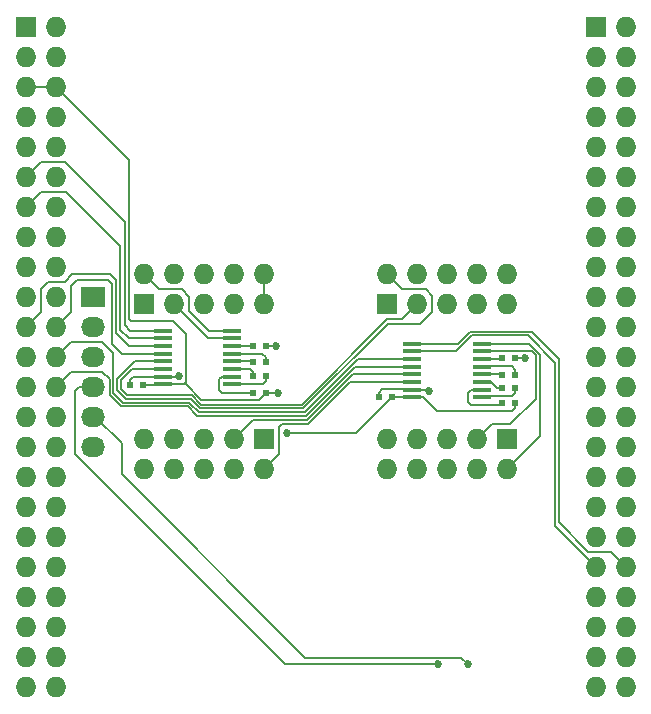
<source format=gtl>
G04 #@! TF.FileFunction,Copper,L1,Top,Signal*
%FSLAX46Y46*%
G04 Gerber Fmt 4.6, Leading zero omitted, Abs format (unit mm)*
G04 Created by KiCad (PCBNEW 4.0.3-stable) date 11/17/16 00:27:15*
%MOMM*%
%LPD*%
G01*
G04 APERTURE LIST*
%ADD10C,0.100000*%
%ADD11R,0.600000X0.500000*%
%ADD12R,1.727200X1.727200*%
%ADD13O,1.727200X1.727200*%
%ADD14R,1.500000X0.450000*%
%ADD15R,2.032000X1.727200*%
%ADD16O,2.032000X1.727200*%
%ADD17C,0.685800*%
%ADD18C,0.152400*%
G04 APERTURE END LIST*
D10*
D11*
X97309488Y-124279438D03*
X98409488Y-124279438D03*
X118449000Y-125349000D03*
X119549000Y-125349000D03*
X98409488Y-125476000D03*
X97309488Y-125476000D03*
X119549000Y-126492000D03*
X118449000Y-126492000D03*
X87995488Y-126184438D03*
X86895488Y-126184438D03*
X109135000Y-127254000D03*
X108035000Y-127254000D03*
X98467000Y-126873000D03*
X97367000Y-126873000D03*
X119549000Y-127762000D03*
X118449000Y-127762000D03*
X98409488Y-122882438D03*
X97309488Y-122882438D03*
X119549000Y-123952000D03*
X118449000Y-123952000D03*
D12*
X126365000Y-95885000D03*
D13*
X128905000Y-95885000D03*
X126365000Y-98425000D03*
X128905000Y-98425000D03*
X126365000Y-100965000D03*
X128905000Y-100965000D03*
X126365000Y-103505000D03*
X128905000Y-103505000D03*
X126365000Y-106045000D03*
X128905000Y-106045000D03*
X126365000Y-108585000D03*
X128905000Y-108585000D03*
X126365000Y-111125000D03*
X128905000Y-111125000D03*
X126365000Y-113665000D03*
X128905000Y-113665000D03*
X126365000Y-116205000D03*
X128905000Y-116205000D03*
X126365000Y-118745000D03*
X128905000Y-118745000D03*
X126365000Y-121285000D03*
X128905000Y-121285000D03*
X126365000Y-123825000D03*
X128905000Y-123825000D03*
X126365000Y-126365000D03*
X128905000Y-126365000D03*
X126365000Y-128905000D03*
X128905000Y-128905000D03*
X126365000Y-131445000D03*
X128905000Y-131445000D03*
X126365000Y-133985000D03*
X128905000Y-133985000D03*
X126365000Y-136525000D03*
X128905000Y-136525000D03*
X126365000Y-139065000D03*
X128905000Y-139065000D03*
X126365000Y-141605000D03*
X128905000Y-141605000D03*
X126365000Y-144145000D03*
X128905000Y-144145000D03*
X126365000Y-146685000D03*
X128905000Y-146685000D03*
X126365000Y-149225000D03*
X128905000Y-149225000D03*
X126365000Y-151765000D03*
X128905000Y-151765000D03*
D12*
X78105000Y-95885000D03*
D13*
X80645000Y-95885000D03*
X78105000Y-98425000D03*
X80645000Y-98425000D03*
X78105000Y-100965000D03*
X80645000Y-100965000D03*
X78105000Y-103505000D03*
X80645000Y-103505000D03*
X78105000Y-106045000D03*
X80645000Y-106045000D03*
X78105000Y-108585000D03*
X80645000Y-108585000D03*
X78105000Y-111125000D03*
X80645000Y-111125000D03*
X78105000Y-113665000D03*
X80645000Y-113665000D03*
X78105000Y-116205000D03*
X80645000Y-116205000D03*
X78105000Y-118745000D03*
X80645000Y-118745000D03*
X78105000Y-121285000D03*
X80645000Y-121285000D03*
X78105000Y-123825000D03*
X80645000Y-123825000D03*
X78105000Y-126365000D03*
X80645000Y-126365000D03*
X78105000Y-128905000D03*
X80645000Y-128905000D03*
X78105000Y-131445000D03*
X80645000Y-131445000D03*
X78105000Y-133985000D03*
X80645000Y-133985000D03*
X78105000Y-136525000D03*
X80645000Y-136525000D03*
X78105000Y-139065000D03*
X80645000Y-139065000D03*
X78105000Y-141605000D03*
X80645000Y-141605000D03*
X78105000Y-144145000D03*
X80645000Y-144145000D03*
X78105000Y-146685000D03*
X80645000Y-146685000D03*
X78105000Y-149225000D03*
X80645000Y-149225000D03*
X78105000Y-151765000D03*
X80645000Y-151765000D03*
D14*
X95602488Y-126162438D03*
X95602488Y-125512438D03*
X95602488Y-124862438D03*
X95602488Y-124212438D03*
X95602488Y-123562438D03*
X95602488Y-122912438D03*
X95602488Y-122262438D03*
X95602488Y-121612438D03*
X89702488Y-121612438D03*
X89702488Y-122262438D03*
X89702488Y-122912438D03*
X89702488Y-123562438D03*
X89702488Y-124212438D03*
X89702488Y-124862438D03*
X89702488Y-125512438D03*
X89702488Y-126162438D03*
X116742000Y-127254000D03*
X116742000Y-126604000D03*
X116742000Y-125954000D03*
X116742000Y-125304000D03*
X116742000Y-124654000D03*
X116742000Y-124004000D03*
X116742000Y-123354000D03*
X116742000Y-122704000D03*
X110842000Y-122704000D03*
X110842000Y-123354000D03*
X110842000Y-124004000D03*
X110842000Y-124654000D03*
X110842000Y-125304000D03*
X110842000Y-125954000D03*
X110842000Y-126604000D03*
X110842000Y-127254000D03*
D15*
X83820000Y-118745000D03*
D16*
X83820000Y-121285000D03*
X83820000Y-123825000D03*
X83820000Y-126365000D03*
X83820000Y-128905000D03*
X83820000Y-131445000D03*
D12*
X98298000Y-130784600D03*
D13*
X98298000Y-133324600D03*
X95758000Y-130784600D03*
X95758000Y-133324600D03*
X93218000Y-130784600D03*
X93218000Y-133324600D03*
X90678000Y-130784600D03*
X90678000Y-133324600D03*
X88138000Y-130784600D03*
X88138000Y-133324600D03*
D12*
X108712000Y-119380000D03*
D13*
X108712000Y-116840000D03*
X111252000Y-119380000D03*
X111252000Y-116840000D03*
X113792000Y-119380000D03*
X113792000Y-116840000D03*
X116332000Y-119380000D03*
X116332000Y-116840000D03*
X118872000Y-119380000D03*
X118872000Y-116840000D03*
D12*
X88138000Y-119380000D03*
D13*
X88138000Y-116840000D03*
X90678000Y-119380000D03*
X90678000Y-116840000D03*
X93218000Y-119380000D03*
X93218000Y-116840000D03*
X95758000Y-119380000D03*
X95758000Y-116840000D03*
X98298000Y-119380000D03*
X98298000Y-116840000D03*
D12*
X118872000Y-130784600D03*
D13*
X118872000Y-133324600D03*
X116332000Y-130784600D03*
X116332000Y-133324600D03*
X113792000Y-130784600D03*
X113792000Y-133324600D03*
X111252000Y-130784600D03*
X111252000Y-133324600D03*
X108712000Y-130784600D03*
X108712000Y-133324600D03*
D17*
X120396000Y-123952000D03*
X112268000Y-126746000D03*
X99314000Y-122936000D03*
X91122500Y-125476000D03*
X99440996Y-126873000D03*
X100203000Y-130302000D03*
X113030000Y-149860000D03*
X115570000Y-149860000D03*
D18*
X119549000Y-123952000D02*
X120396000Y-123952000D01*
X110842000Y-126604000D02*
X112126000Y-126604000D01*
X112126000Y-126604000D02*
X112268000Y-126746000D01*
X98409488Y-122882438D02*
X99260438Y-122882438D01*
X99260438Y-122882438D02*
X99314000Y-122936000D01*
X89702488Y-125512438D02*
X91086062Y-125512438D01*
X91086062Y-125512438D02*
X91122500Y-125476000D01*
X108035000Y-127254000D02*
X108035000Y-126851600D01*
X108035000Y-126851600D02*
X108293600Y-126593000D01*
X108293600Y-126593000D02*
X110842000Y-126593000D01*
X86895488Y-126184438D02*
X86895488Y-125782038D01*
X86895488Y-125782038D02*
X87165088Y-125512438D01*
X87165088Y-125512438D02*
X89702488Y-125512438D01*
X110842000Y-124004000D02*
X106220133Y-124004000D01*
X106220133Y-124004000D02*
X101725512Y-128498622D01*
X84582000Y-122555000D02*
X81915000Y-122555000D01*
X101725512Y-128498622D02*
X92734688Y-128498622D01*
X92734688Y-128498622D02*
X91947256Y-127711189D01*
X91947256Y-127711189D02*
X86309188Y-127711188D01*
X85521811Y-123494811D02*
X84582000Y-122555000D01*
X86309188Y-127711188D02*
X85521811Y-126923811D01*
X85521811Y-126923811D02*
X85521811Y-123494811D01*
X81915000Y-122555000D02*
X81508599Y-122961401D01*
X81508599Y-122961401D02*
X80645000Y-123825000D01*
X89702488Y-122262438D02*
X86829438Y-122262438D01*
X86106000Y-121539000D02*
X86106000Y-114427000D01*
X81534000Y-109855000D02*
X79375000Y-109855000D01*
X86829438Y-122262438D02*
X86106000Y-121539000D01*
X86106000Y-114427000D02*
X81534000Y-109855000D01*
X79375000Y-109855000D02*
X78968599Y-110261401D01*
X78968599Y-110261401D02*
X78105000Y-111125000D01*
X86182932Y-128015998D02*
X85217000Y-127050066D01*
X84582000Y-125095000D02*
X81915000Y-125095000D01*
X86995000Y-128016000D02*
X86182932Y-128015998D01*
X101851768Y-128803433D02*
X92608433Y-128803433D01*
X110842000Y-124654000D02*
X106001200Y-124654000D01*
X106001200Y-124654000D02*
X101851768Y-128803433D01*
X92608433Y-128803433D02*
X91821000Y-128016000D01*
X91821000Y-128016000D02*
X86995000Y-128016000D01*
X85217000Y-127050066D02*
X85217000Y-125730000D01*
X85217000Y-125730000D02*
X84582000Y-125095000D01*
X81915000Y-125095000D02*
X81508599Y-125501401D01*
X81508599Y-125501401D02*
X80645000Y-126365000D01*
X89702488Y-121612438D02*
X86941438Y-121612438D01*
X86941438Y-121612438D02*
X86487000Y-121158000D01*
X86487000Y-121158000D02*
X86487000Y-112395000D01*
X86487000Y-112395000D02*
X81407000Y-107315000D01*
X81407000Y-107315000D02*
X79375000Y-107315000D01*
X79375000Y-107315000D02*
X78105000Y-108585000D01*
X89702488Y-122912438D02*
X86844438Y-122912438D01*
X82042000Y-116840000D02*
X81407000Y-117475000D01*
X79375000Y-120015000D02*
X78968599Y-120421401D01*
X86844438Y-122912438D02*
X85725000Y-121793000D01*
X79375000Y-118110000D02*
X79375000Y-120015000D01*
X85725000Y-121793000D02*
X85725000Y-117348000D01*
X85725000Y-117348000D02*
X85217000Y-116840000D01*
X85217000Y-116840000D02*
X82042000Y-116840000D01*
X81407000Y-117475000D02*
X80010000Y-117475000D01*
X80010000Y-117475000D02*
X79375000Y-118110000D01*
X78968599Y-120421401D02*
X78105000Y-121285000D01*
X120597755Y-122021622D02*
X122936000Y-124359867D01*
X122936000Y-124359867D02*
X122936000Y-138176000D01*
X122936000Y-138176000D02*
X125501401Y-140741401D01*
X125501401Y-140741401D02*
X126365000Y-141605000D01*
X110842000Y-123354000D02*
X114517000Y-123354000D01*
X114517000Y-123354000D02*
X115849378Y-122021622D01*
X115849378Y-122021622D02*
X120597755Y-122021622D01*
X89702488Y-123562438D02*
X86241562Y-123562438D01*
X86241562Y-123562438D02*
X85420190Y-122741066D01*
X85420190Y-122741066D02*
X85420190Y-117678190D01*
X85420190Y-117678190D02*
X85090000Y-117348000D01*
X85090000Y-117348000D02*
X82423000Y-117348000D01*
X82423000Y-117348000D02*
X81915000Y-117856000D01*
X81915000Y-117856000D02*
X81915000Y-120015000D01*
X81915000Y-120015000D02*
X81508599Y-120421401D01*
X81508599Y-120421401D02*
X80645000Y-121285000D01*
X110842000Y-122704000D02*
X114735934Y-122704000D01*
X114735934Y-122704000D02*
X115723123Y-121716811D01*
X115723123Y-121716811D02*
X120954811Y-121716811D01*
X120954811Y-121716811D02*
X123240810Y-124002810D01*
X123240810Y-124002810D02*
X123240810Y-137845810D01*
X123240810Y-137845810D02*
X125730000Y-140335000D01*
X125730000Y-140335000D02*
X127635000Y-140335000D01*
X127635000Y-140335000D02*
X128041401Y-140741401D01*
X128041401Y-140741401D02*
X128905000Y-141605000D01*
X99568000Y-129794000D02*
X99568000Y-132054600D01*
X101977334Y-129540000D02*
X99822000Y-129540000D01*
X110842000Y-125954000D02*
X105563334Y-125954000D01*
X99161599Y-132461001D02*
X98298000Y-133324600D01*
X99568000Y-132054600D02*
X99161599Y-132461001D01*
X105563334Y-125954000D02*
X101977334Y-129540000D01*
X99822000Y-129540000D02*
X99568000Y-129794000D01*
X97383600Y-129159000D02*
X96621599Y-129921001D01*
X101927267Y-129159000D02*
X97383600Y-129159000D01*
X105782267Y-125304000D02*
X101927267Y-129159000D01*
X110842000Y-125304000D02*
X105782267Y-125304000D01*
X96621599Y-129921001D02*
X95758000Y-130784600D01*
X111954056Y-118110000D02*
X109982000Y-118110000D01*
X109575599Y-117703599D02*
X108712000Y-116840000D01*
X101599256Y-128193811D02*
X108762066Y-121031000D01*
X85826622Y-126643689D02*
X86589311Y-127406378D01*
X109982000Y-118110000D02*
X109575599Y-117703599D01*
X112522000Y-118677944D02*
X111954056Y-118110000D01*
X112522000Y-120015000D02*
X112522000Y-118677944D01*
X111506000Y-121031000D02*
X112522000Y-120015000D01*
X108762066Y-121031000D02*
X111506000Y-121031000D01*
X92860944Y-128193811D02*
X101599256Y-128193811D01*
X85826622Y-125705311D02*
X85826622Y-126643689D01*
X87319495Y-124212438D02*
X85826622Y-125705311D01*
X86589311Y-127406378D02*
X92073513Y-127406379D01*
X89702488Y-124212438D02*
X87319495Y-124212438D01*
X92073513Y-127406379D02*
X92860944Y-128193811D01*
X101473000Y-127889000D02*
X108712000Y-120650000D01*
X92987200Y-127889000D02*
X101473000Y-127889000D01*
X86715567Y-127101567D02*
X92199768Y-127101567D01*
X86131433Y-126517433D02*
X86715567Y-127101567D01*
X86131433Y-125831567D02*
X86131433Y-126517433D01*
X110388401Y-120243599D02*
X111252000Y-119380000D01*
X109982000Y-120650000D02*
X110388401Y-120243599D01*
X89702488Y-124862438D02*
X87100562Y-124862438D01*
X87100562Y-124862438D02*
X86131433Y-125831567D01*
X92199768Y-127101567D02*
X92987200Y-127889000D01*
X108712000Y-120650000D02*
X109982000Y-120650000D01*
X95602488Y-121612438D02*
X93621639Y-121612438D01*
X93621639Y-121612438D02*
X91948000Y-119938799D01*
X91948000Y-119938799D02*
X91948000Y-118745000D01*
X91948000Y-118745000D02*
X91313000Y-118110000D01*
X91313000Y-118110000D02*
X89408000Y-118110000D01*
X89408000Y-118110000D02*
X89001599Y-117703599D01*
X89001599Y-117703599D02*
X88138000Y-116840000D01*
X95602488Y-122262438D02*
X93560438Y-122262438D01*
X93560438Y-122262438D02*
X90678000Y-119380000D01*
X119735599Y-132461001D02*
X118872000Y-133324600D01*
X121666000Y-130530600D02*
X119735599Y-132461001D01*
X116742000Y-122704000D02*
X120722067Y-122704000D01*
X121666000Y-123647933D02*
X121666000Y-130530600D01*
X120722067Y-122704000D02*
X121666000Y-123647933D01*
X116742000Y-123354000D02*
X120941000Y-123354000D01*
X119126000Y-129540000D02*
X117576600Y-129540000D01*
X117195599Y-129921001D02*
X116332000Y-130784600D01*
X120941000Y-123354000D02*
X121285000Y-123698000D01*
X121285000Y-127381000D02*
X119126000Y-129540000D01*
X117576600Y-129540000D02*
X117195599Y-129921001D01*
X121285000Y-123698000D02*
X121285000Y-127381000D01*
X80645000Y-100965000D02*
X86868000Y-107188000D01*
X86868000Y-107188000D02*
X86868000Y-120650000D01*
X91694000Y-121920000D02*
X91694000Y-125984000D01*
X86868000Y-120650000D02*
X86995000Y-120777000D01*
X86995000Y-120777000D02*
X90551000Y-120777000D01*
X90551000Y-120777000D02*
X91694000Y-121920000D01*
X91694000Y-125984000D02*
X91515562Y-126162438D01*
X91515562Y-126162438D02*
X90906504Y-126162438D01*
X91691705Y-126162438D02*
X90906504Y-126162438D01*
X92986456Y-127457189D02*
X91691705Y-126162438D01*
X97832811Y-127457189D02*
X92986456Y-127457189D01*
X98417000Y-126873000D02*
X97832811Y-127457189D01*
X98467000Y-126873000D02*
X98417000Y-126873000D01*
X109135000Y-127254000D02*
X109085000Y-127254000D01*
X119549000Y-127762000D02*
X119549000Y-128164400D01*
X119549000Y-128164400D02*
X119316400Y-128397000D01*
X111744400Y-127254000D02*
X110842000Y-127254000D01*
X119316400Y-128397000D02*
X112887400Y-128397000D01*
X112887400Y-128397000D02*
X111744400Y-127254000D01*
X90906504Y-126162438D02*
X89702488Y-126162438D01*
X109135000Y-127254000D02*
X110831000Y-127254000D01*
X110831000Y-127254000D02*
X110842000Y-127243000D01*
X78105000Y-100965000D02*
X80645000Y-100965000D01*
X87995488Y-126184438D02*
X89680488Y-126184438D01*
X89680488Y-126184438D02*
X89702488Y-126162438D01*
X98467000Y-126873000D02*
X99440996Y-126873000D01*
X106037000Y-130302000D02*
X100203000Y-130302000D01*
X109085000Y-127254000D02*
X106037000Y-130302000D01*
X95602488Y-124212438D02*
X97242488Y-124212438D01*
X97242488Y-124212438D02*
X97309488Y-124279438D01*
X98094888Y-123562438D02*
X95602488Y-123562438D01*
X98409488Y-124279438D02*
X98409488Y-123877038D01*
X98409488Y-123877038D02*
X98094888Y-123562438D01*
X98359488Y-124279438D02*
X98409488Y-124279438D01*
X116742000Y-125293000D02*
X118393000Y-125293000D01*
X118393000Y-125293000D02*
X118449000Y-125349000D01*
X119549000Y-125349000D02*
X119549000Y-124946600D01*
X119245400Y-124643000D02*
X116742000Y-124643000D01*
X119549000Y-124946600D02*
X119245400Y-124643000D01*
X95602488Y-126162438D02*
X95653926Y-126111000D01*
X95653926Y-126111000D02*
X98176888Y-126111000D01*
X98409488Y-125878400D02*
X98409488Y-125476000D01*
X98176888Y-126111000D02*
X98409488Y-125878400D01*
X95602488Y-124862438D02*
X97098326Y-124862438D01*
X97098326Y-124862438D02*
X97309488Y-125073600D01*
X97309488Y-125073600D02*
X97309488Y-125476000D01*
X116742000Y-127254000D02*
X116869000Y-127127000D01*
X116869000Y-127127000D02*
X119316400Y-127127000D01*
X119316400Y-127127000D02*
X119549000Y-126894400D01*
X119549000Y-126894400D02*
X119549000Y-126492000D01*
X118449000Y-126492000D02*
X117996600Y-126492000D01*
X117996600Y-126492000D02*
X117458600Y-125954000D01*
X117458600Y-125954000D02*
X116742000Y-125954000D01*
X97367000Y-126873000D02*
X94742000Y-126873000D01*
X94742000Y-126873000D02*
X94488000Y-126619000D01*
X94488000Y-126619000D02*
X94488000Y-125724526D01*
X94488000Y-125724526D02*
X94700088Y-125512438D01*
X94700088Y-125512438D02*
X95602488Y-125512438D01*
X118449000Y-127762000D02*
X118322000Y-127889000D01*
X118322000Y-127889000D02*
X115824000Y-127889000D01*
X115824000Y-127889000D02*
X115570000Y-127635000D01*
X115570000Y-127635000D02*
X115570000Y-126873600D01*
X115570000Y-126873600D02*
X115839600Y-126604000D01*
X115839600Y-126604000D02*
X116742000Y-126604000D01*
X95602488Y-122912438D02*
X97279488Y-122912438D01*
X97279488Y-122912438D02*
X97309488Y-122882438D01*
X116742000Y-123993000D02*
X118408000Y-123993000D01*
X118408000Y-123993000D02*
X118449000Y-123952000D01*
X83820000Y-126365000D02*
X82651600Y-126365000D01*
X82651600Y-126365000D02*
X82296000Y-126720600D01*
X100076000Y-149860000D02*
X113030000Y-149860000D01*
X82296000Y-126720600D02*
X82296000Y-132080000D01*
X82296000Y-132080000D02*
X100076000Y-149860000D01*
X83820000Y-126365000D02*
X83972400Y-126365000D01*
X83820000Y-128905000D02*
X83972400Y-128905000D01*
X83972400Y-128905000D02*
X86233000Y-131165600D01*
X86233000Y-131165600D02*
X86233000Y-133731000D01*
X86233000Y-133731000D02*
X101790499Y-149288499D01*
X101790499Y-149288499D02*
X114998499Y-149288499D01*
X114998499Y-149288499D02*
X115570000Y-149860000D01*
X98298000Y-119819326D02*
X98298000Y-116586000D01*
M02*

</source>
